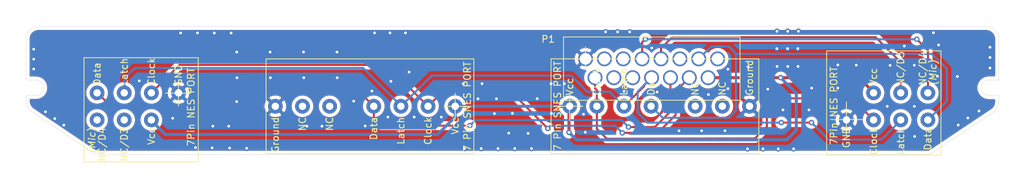
<source format=kicad_pcb>
(kicad_pcb (version 20171130) (host pcbnew "(5.1.5-0-10_14)")
  (layers (0 F.Cu signal) (31 B.Cu signal) (34 B.Paste user) (35 F.Paste user) (36 B.SilkS user hide) (37 F.SilkS user) (38 B.Mask user) (39 F.Mask user) (44 Edge.Cuts user))
  (net 0 "")
  (net 1 GND)
  (net 2 "Net-(P1-Pad2)")
  (net 3 "Net-(P1-Pad3)")
  (net 4 "Net-(P1-NES2-Pad5)")
  (net 5 "Net-(P1-NES2-Pad6)")
  (net 6 "Net-(P1-Pad6)")
  (net 7 "Net-(P1-NES2-Pad4)")
  (net 8 "Net-(P1-Pad8)")
  (net 9 "Net-(P1-NES2-Pad2)")
  (net 10 "Net-(P1-Pad10)")
  (net 11 "Net-(P1-Pad11)")
  (net 12 LATCH)
  (net 13 "Net-(P1-NES1-Pad4)")
  (net 14 "Net-(P1-NES1-Pad2)")
  (net 15 VCC)
  (net 16 "Net-(P1-NES1-Pad6)")
  (net 17 "Net-(P1-NES1-Pad5)")
  (net 18 "Net-(P1-SNES1-Pad5)")
  (net 19 "Net-(P1-SNES1-Pad6)")
  (net 20 "Net-(P1-SNES2-Pad6)")
  (net 21 "Net-(P1-SNES2-Pad5)")
  (module FamiCoun:DA-15 (layer F.Cu) (at 170.20286 91.86418)
    (fp_text reference P1 (at -5.52 -2.91) (layer F.SilkS))
    (fp_text value DA15)
    (fp_line (start -3.24 -3.23) (end -3.16 -3.23) (layer F.SilkS) (width 0.12))
    (fp_line (start -3.24 6.11) (end -3.24 -3.23) (layer F.SilkS) (width 0.12))
    (fp_line (start 22.77 6.11) (end -3.24 6.11) (layer F.SilkS) (width 0.12))
    (fp_line (start 22.77 -3.23) (end 22.77 6.11) (layer F.SilkS) (width 0.12))
    (fp_line (start -3.16 -3.23) (end 22.77 -3.23) (layer F.SilkS) (width 0.12))
    (pad 9 thru_hole circle (at 1.39 2.78) (size 2.2 2.2) (drill 1.71) (layers *.Cu *.Mask) (net 9 "Net-(P1-NES2-Pad2)"))
    (pad 10 thru_hole circle (at 4.17 2.78) (size 2.2 2.2) (drill 1.71) (layers *.Cu *.Mask) (net 10 "Net-(P1-Pad10)"))
    (pad 11 thru_hole circle (at 6.95 2.78) (size 2.2 2.2) (drill 1.71) (layers *.Cu *.Mask) (net 11 "Net-(P1-Pad11)"))
    (pad 12 thru_hole circle (at 9.73 2.78) (size 2.2 2.2) (drill 1.71) (layers *.Cu *.Mask) (net 12 LATCH))
    (pad 13 thru_hole circle (at 12.51 2.78) (size 2.2 2.2) (drill 1.71) (layers *.Cu *.Mask) (net 13 "Net-(P1-NES1-Pad4)"))
    (pad 14 thru_hole circle (at 15.29 2.78) (size 2.2 2.2) (drill 1.71) (layers *.Cu *.Mask) (net 14 "Net-(P1-NES1-Pad2)"))
    (pad 15 thru_hole circle (at 18.07 2.78) (size 2.2 2.2) (drill 1.71) (layers *.Cu *.Mask) (net 15 VCC))
    (pad 8 thru_hole circle (at 19.46 0) (size 2.2 2.2) (drill 1.71) (layers *.Cu *.Mask) (net 8 "Net-(P1-Pad8)"))
    (pad 7 thru_hole circle (at 16.68 0) (size 2.2 2.2) (drill 1.71) (layers *.Cu *.Mask) (net 7 "Net-(P1-NES2-Pad4)"))
    (pad 6 thru_hole circle (at 13.9 0) (size 2.2 2.2) (drill 1.71) (layers *.Cu *.Mask) (net 6 "Net-(P1-Pad6)"))
    (pad 5 thru_hole circle (at 11.12 0) (size 2.2 2.2) (drill 1.71) (layers *.Cu *.Mask) (net 5 "Net-(P1-NES2-Pad6)"))
    (pad 4 thru_hole circle (at 8.34 0) (size 2.2 2.2) (drill 1.71) (layers *.Cu *.Mask) (net 4 "Net-(P1-NES2-Pad5)"))
    (pad 3 thru_hole circle (at 5.56 0) (size 2.2 2.2) (drill 1.71) (layers *.Cu *.Mask) (net 3 "Net-(P1-Pad3)"))
    (pad 2 thru_hole circle (at 2.78 0) (size 2.2 2.2) (drill 1.71) (layers *.Cu *.Mask) (net 2 "Net-(P1-Pad2)"))
    (pad 1 thru_hole circle (at 0 0) (size 2.2 2.2) (drill 1.71) (layers *.Cu *.Mask) (net 1 GND))
  )
  (module JeffLibrary:FamiCoun_PCB_outline (layer F.Cu) (at 159.42818 96.51238)
    (fp_text reference G*** hide)
    (fp_text value LOGO hide)
  )
  (module FamiCoun:7_Pin_NES_Controller_Port (layer F.Cu) (at 104.22128 98.887 270)
    (fp_text reference P1-NES1 hide)
    (fp_text value NES_7P_PORT)
    (fp_text user "(Mic)" (at 3.01 6.76 90) (layer F.SilkS) (effects (font (thickness 0.15) italic) (justify right)))
    (fp_text user Vcc (at 3 -2 90) (layer F.SilkS) (effects (justify right)))
    (fp_text user NC/D3 (at 3 2 90) (layer F.SilkS) (effects (justify right)))
    (fp_text user NC/D4 (at 3.01 5.25 90) (layer F.SilkS) (effects (justify right)))
    (fp_text user "7Pin NES PORT" (at 0.09 -7.85 90) (layer F.SilkS))
    (fp_text user Data (at -3 6 90) (layer F.SilkS) (effects (justify left)))
    (fp_text user Latch (at -3 2 90) (layer F.SilkS) (effects (justify left)))
    (fp_text user Clock (at -3 -2 90) (layer F.SilkS) (effects (justify left)))
    (fp_text user GND (at -3 -6 90) (layer F.SilkS) (effects (justify left)))
    (fp_line (start -7.2 -8.91) (end -7.2 7.93) (layer F.SilkS) (width 0.12))
    (fp_line (start 8.2 -8.91) (end -7.2 -8.91) (layer F.SilkS) (width 0.12))
    (fp_line (start 8.2 7.93) (end 8.2 -8.91) (layer F.SilkS) (width 0.12))
    (fp_line (start -7.2 7.93) (end 8.2 7.93) (layer F.SilkS) (width 0.12))
    (pad 7 thru_hole circle (at 2 -2 270) (size 2.18 2.18) (drill 1.09) (layers *.Cu *.Mask) (net 15 VCC))
    (pad 6 thru_hole circle (at 2 2 270) (size 2.18 2.18) (drill 1.09) (layers *.Cu *.Mask) (net 16 "Net-(P1-NES1-Pad6)"))
    (pad 5 thru_hole circle (at 2 6 270) (size 2.18 2.18) (drill 1.09) (layers *.Cu *.Mask) (net 17 "Net-(P1-NES1-Pad5)"))
    (pad 4 thru_hole circle (at -2 6 270) (size 2.18 2.18) (drill 1.09) (layers *.Cu *.Mask) (net 13 "Net-(P1-NES1-Pad4)"))
    (pad 3 thru_hole circle (at -2 2 270) (size 2.18 2.18) (drill 1.09) (layers *.Cu *.Mask) (net 12 LATCH))
    (pad 2 thru_hole circle (at -2 -2 270) (size 2.18 2.18) (drill 1.09) (layers *.Cu *.Mask) (net 14 "Net-(P1-NES1-Pad2)"))
    (pad 1 thru_hole circle (at -2 -6 270) (size 2.18 2.18) (drill 1.09) (layers *.Cu *.Mask) (net 1 GND))
  )
  (module FamiCoun:7_Pin_NES_Controller_Port (layer F.Cu) (at 214.64524 98.887 90)
    (fp_text reference P1-NES2 hide)
    (fp_text value NES_7P_PORT)
    (fp_line (start -7.2 7.93) (end 8.2 7.93) (layer F.SilkS) (width 0.12))
    (fp_line (start 8.2 7.93) (end 8.2 -8.91) (layer F.SilkS) (width 0.12))
    (fp_line (start 8.2 -8.91) (end -7.2 -8.91) (layer F.SilkS) (width 0.12))
    (fp_line (start -7.2 -8.91) (end -7.2 7.93) (layer F.SilkS) (width 0.12))
    (fp_text user GND (at -3 -6 90) (layer F.SilkS) (effects (justify right)))
    (fp_text user Clock (at -3 -2 90) (layer F.SilkS) (effects (justify right)))
    (fp_text user Latch (at -3 2 90) (layer F.SilkS) (effects (justify right)))
    (fp_text user Data (at -3 6 90) (layer F.SilkS) (effects (justify right)))
    (fp_text user "7Pin NES PORT" (at 0.09 -7.85 90) (layer F.SilkS))
    (fp_text user NC/D4 (at 3.01 5.25 90) (layer F.SilkS) (effects (justify left)))
    (fp_text user NC/D3 (at 3 2 90) (layer F.SilkS) (effects (justify left)))
    (fp_text user Vcc (at 3 -2 90) (layer F.SilkS) (effects (justify left)))
    (fp_text user "(Mic)" (at 3.01 6.76 90) (layer F.SilkS) (effects (font (thickness 0.15) italic) (justify left)))
    (pad 1 thru_hole circle (at -2 -6 90) (size 2.18 2.18) (drill 1.09) (layers *.Cu *.Mask) (net 1 GND))
    (pad 2 thru_hole circle (at -2 -2 90) (size 2.18 2.18) (drill 1.09) (layers *.Cu *.Mask) (net 9 "Net-(P1-NES2-Pad2)"))
    (pad 3 thru_hole circle (at -2 2 90) (size 2.18 2.18) (drill 1.09) (layers *.Cu *.Mask) (net 12 LATCH))
    (pad 4 thru_hole circle (at -2 6 90) (size 2.18 2.18) (drill 1.09) (layers *.Cu *.Mask) (net 7 "Net-(P1-NES2-Pad4)"))
    (pad 5 thru_hole circle (at 2 6 90) (size 2.18 2.18) (drill 1.09) (layers *.Cu *.Mask) (net 4 "Net-(P1-NES2-Pad5)"))
    (pad 6 thru_hole circle (at 2 2 90) (size 2.18 2.18) (drill 1.09) (layers *.Cu *.Mask) (net 5 "Net-(P1-NES2-Pad6)"))
    (pad 7 thru_hole circle (at 2 -2 90) (size 2.18 2.18) (drill 1.09) (layers *.Cu *.Mask) (net 15 VCC))
  )
  (module FamiCoun:7_Pin_SNES_Controller_Port (layer F.Cu) (at 150.9903 98.8695 270)
    (fp_text reference P1-SNES1 hide)
    (fp_text value SNES_7P_PORT)
    (fp_line (start -7 -2.75) (end 7 -2.75) (layer F.SilkS) (width 0.12))
    (fp_line (start 7 -2.75) (end 7 27.87) (layer F.SilkS) (width 0.12))
    (fp_line (start 7 27.87) (end -7 27.87) (layer F.SilkS) (width 0.12))
    (fp_line (start -7 27.87) (end -7 -2.75) (layer F.SilkS) (width 0.12))
    (fp_text user Vcc (at 1.5 0 90) (layer F.SilkS) (effects (justify right)))
    (fp_text user Clock (at 1.5 4 90) (layer F.SilkS) (effects (justify right)))
    (fp_text user Latch (at 1.5 8 90) (layer F.SilkS) (effects (justify right)))
    (fp_text user Data (at 1.5 12 90) (layer F.SilkS) (effects (justify right)))
    (fp_text user NC (at 1.5 18.5 90) (layer F.SilkS) (effects (justify right)))
    (fp_text user NC (at 1.5 22.5 90) (layer F.SilkS) (effects (justify right)))
    (fp_text user Ground (at 1.5 26.5 90) (layer F.SilkS) (effects (justify right)))
    (fp_text user "7 Pin SNES PORT" (at 0.03 -1.79 90) (layer F.SilkS))
    (pad 1 thru_hole circle (at 0 0 270) (size 2.18 2.18) (drill 1.09) (layers *.Cu *.Mask) (net 15 VCC))
    (pad 2 thru_hole circle (at 0 4 270) (size 2.18 2.18) (drill 1.09) (layers *.Cu *.Mask) (net 14 "Net-(P1-NES1-Pad2)"))
    (pad 3 thru_hole circle (at 0 8 270) (size 2.18 2.18) (drill 1.09) (layers *.Cu *.Mask) (net 12 LATCH))
    (pad 4 thru_hole circle (at 0 12 270) (size 2.18 2.18) (drill 1.09) (layers *.Cu *.Mask) (net 13 "Net-(P1-NES1-Pad4)"))
    (pad 5 thru_hole circle (at 0 18.5 270) (size 2.18 2.18) (drill 1.09) (layers *.Cu *.Mask) (net 18 "Net-(P1-SNES1-Pad5)"))
    (pad 6 thru_hole circle (at 0 22.5 270) (size 2.18 2.18) (drill 1.09) (layers *.Cu *.Mask) (net 19 "Net-(P1-SNES1-Pad6)"))
    (pad 7 thru_hole circle (at 0 26.5 270) (size 2.18 2.18) (drill 1.09) (layers *.Cu *.Mask) (net 1 GND))
  )
  (module FamiCoun:7_Pin_SNES_Controller_Port (layer F.Cu) (at 167.86352 98.85934 90)
    (fp_text reference P1-SNES2 hide)
    (fp_text value SNES_7P_PORT)
    (fp_text user "7 Pin SNES PORT" (at 0.03 -1.79 90) (layer F.SilkS))
    (fp_text user Ground (at 1.5 26.5 90) (layer F.SilkS) (effects (justify left)))
    (fp_text user NC (at 1.5 22.5 90) (layer F.SilkS) (effects (justify left)))
    (fp_text user NC (at 1.5 18.5 90) (layer F.SilkS) (effects (justify left)))
    (fp_text user Data (at 1.5 12 90) (layer F.SilkS) (effects (justify left)))
    (fp_text user Latch (at 1.5 8 90) (layer F.SilkS) (effects (justify left)))
    (fp_text user Clock (at 1.5 4 90) (layer F.SilkS) (effects (justify left)))
    (fp_text user Vcc (at 1.5 0 90) (layer F.SilkS) (effects (justify left)))
    (fp_line (start -7 27.87) (end -7 -2.75) (layer F.SilkS) (width 0.12))
    (fp_line (start 7 27.87) (end -7 27.87) (layer F.SilkS) (width 0.12))
    (fp_line (start 7 -2.75) (end 7 27.87) (layer F.SilkS) (width 0.12))
    (fp_line (start -7 -2.75) (end 7 -2.75) (layer F.SilkS) (width 0.12))
    (pad 7 thru_hole circle (at 0 26.5 90) (size 2.18 2.18) (drill 1.09) (layers *.Cu *.Mask) (net 1 GND))
    (pad 6 thru_hole circle (at 0 22.5 90) (size 2.18 2.18) (drill 1.09) (layers *.Cu *.Mask) (net 20 "Net-(P1-SNES2-Pad6)"))
    (pad 5 thru_hole circle (at 0 18.5 90) (size 2.18 2.18) (drill 1.09) (layers *.Cu *.Mask) (net 21 "Net-(P1-SNES2-Pad5)"))
    (pad 4 thru_hole circle (at 0 12 90) (size 2.18 2.18) (drill 1.09) (layers *.Cu *.Mask) (net 7 "Net-(P1-NES2-Pad4)"))
    (pad 3 thru_hole circle (at 0 8 90) (size 2.18 2.18) (drill 1.09) (layers *.Cu *.Mask) (net 12 LATCH))
    (pad 2 thru_hole circle (at 0 4 90) (size 2.18 2.18) (drill 1.09) (layers *.Cu *.Mask) (net 9 "Net-(P1-NES2-Pad2)"))
    (pad 1 thru_hole circle (at 0 0 90) (size 2.18 2.18) (drill 1.09) (layers *.Cu *.Mask) (net 15 VCC))
  )
  (gr_arc (start 89.56294 88.8746) (end 89.56294 87.06866) (angle -90) (layer Edge.Cuts) (width 0.05))
  (gr_arc (start 98.5266 104.06888) (end 97.40646 105.6005) (angle -36.10291932) (layer Edge.Cuts) (width 0.05))
  (gr_arc (start 89.5985 98.1202) (end 87.76716 98.13798) (angle -52.49604481) (layer Edge.Cuts) (width 0.05))
  (gr_line (start 88.497656 99.583847) (end 97.40646 105.6005) (layer Edge.Cuts) (width 0.05))
  (gr_arc (start 229.28834 98.21672) (end 230.37038 99.66452) (angle -53.22672246) (layer Edge.Cuts) (width 0.05))
  (gr_arc (start 220.5101 104.46512) (end 220.454221 105.966259) (angle -31.7641941) (layer Edge.Cuts) (width 0.05))
  (gr_arc (start 229.22738 88.9381) (end 231.09682 88.857806) (angle -87.07395484) (layer Edge.Cuts) (width 0.05))
  (gr_line (start 229.24262 87.066999) (end 89.56294 87.06866) (layer Edge.Cuts) (width 0.05))
  (gr_line (start 231.09682 94.9833) (end 231.09682 88.857806) (layer Edge.Cuts) (width 0.05))
  (gr_arc (start 229.63124 96.13646) (end 229.63124 94.9833) (angle -180) (layer Edge.Cuts) (width 0.05))
  (gr_line (start 231.09682 97.28962) (end 231.095807 98.21672) (layer Edge.Cuts) (width 0.05))
  (gr_line (start 231.09682 97.28962) (end 229.63124 97.28962) (layer Edge.Cuts) (width 0.05))
  (gr_line (start 231.09682 94.9833) (end 229.63124 94.9833) (layer Edge.Cuts) (width 0.05))
  (gr_line (start 230.37038 99.66452) (end 221.252827 105.770837) (layer Edge.Cuts) (width 0.05))
  (gr_line (start 98.5266 105.96626) (end 220.454221 105.966259) (layer Edge.Cuts) (width 0.05))
  (gr_line (start 87.76716 97.26676) (end 87.76716 98.13798) (layer Edge.Cuts) (width 0.05))
  (gr_line (start 89.21496 97.26676) (end 87.76716 97.26676) (layer Edge.Cuts) (width 0.05))
  (gr_arc (start 89.21496 96.13138) (end 89.21496 97.26676) (angle -180) (layer Edge.Cuts) (width 0.05))
  (gr_line (start 87.75446 94.99092) (end 89.21496 94.996) (layer Edge.Cuts) (width 0.05))
  (gr_line (start 87.75446 94.99092) (end 87.757 88.8746) (layer Edge.Cuts) (width 0.05))
  (gr_line (start 208.64322 98.23958) (end 208.64322 103.14178) (layer F.SilkS) (width 0.12))
  (gr_line (start 206.29118 100.82784) (end 211.0486 100.82784) (layer F.SilkS) (width 0.12))
  (gr_line (start 167.86352 97.08642) (end 167.86352 101.0031) (layer F.SilkS) (width 0.12))
  (gr_line (start 165.91026 98.86188) (end 169.82186 98.86188) (layer F.SilkS) (width 0.12))
  (gr_line (start 170.20032 93.50248) (end 170.20032 90.07348) (layer F.SilkS) (width 0.12))
  (gr_line (start 168.38168 91.86164) (end 172.07992 91.86164) (layer F.SilkS) (width 0.12))
  (gr_line (start 150.99538 96.94418) (end 150.99538 100.7999) (layer F.SilkS) (width 0.12))
  (gr_line (start 149.34692 98.89236) (end 152.72766 98.89236) (layer F.SilkS) (width 0.12))
  (gr_line (start 110.2233 95.10268) (end 110.2233 98.84156) (layer F.SilkS) (width 0.12))
  (gr_line (start 108.31322 96.92894) (end 111.998736 96.92894) (layer F.SilkS) (width 0.12))
  (via (at 120.25884 105.06964) (size 0.8) (drill 0.4) (layers F.Cu B.Cu) (net 1))
  (via (at 199.97166 90.34526) (size 0.8) (drill 0.4) (layers F.Cu B.Cu) (net 1))
  (via (at 198.39178 90.34526) (size 0.8) (drill 0.4) (layers F.Cu B.Cu) (net 1))
  (via (at 201.48042 90.34526) (size 0.8) (drill 0.4) (layers F.Cu B.Cu) (net 1))
  (via (at 110.53318 88.04148) (size 0.8) (drill 0.4) (layers F.Cu B.Cu) (net 1))
  (via (at 113.013913 88.04148) (size 0.8) (drill 0.4) (layers F.Cu B.Cu) (net 1))
  (via (at 118.79834 90.86088) (size 0.8) (drill 0.4) (layers F.Cu B.Cu) (net 1))
  (via (at 128.64338 90.86088) (size 0.8) (drill 0.4) (layers F.Cu B.Cu) (net 1))
  (via (at 123.72086 90.86088) (size 0.8) (drill 0.4) (layers F.Cu B.Cu) (net 1))
  (via (at 133.5659 90.86088) (size 0.8) (drill 0.4) (layers F.Cu B.Cu) (net 1))
  (via (at 221.46768 88.00592) (size 0.8) (drill 0.4) (layers F.Cu B.Cu) (net 1))
  (via (at 215.08466 92.82176) (size 0.8) (drill 0.4) (layers F.Cu B.Cu) (net 1))
  (via (at 218.65336 92.80652) (size 0.8) (drill 0.4) (layers F.Cu B.Cu) (net 1))
  (via (at 218.69908 103.3272) (size 0.8) (drill 0.4) (layers F.Cu B.Cu) (net 1))
  (via (at 169.9006 100.0379) (size 0.8) (drill 0.4) (layers F.Cu B.Cu) (net 1))
  (via (at 180.74894 96.7613) (size 0.8) (drill 0.4) (layers F.Cu B.Cu) (net 1))
  (via (at 198.42734 92.98432) (size 0.8) (drill 0.4) (layers F.Cu B.Cu) (net 1))
  (via (at 200.00722 92.98432) (size 0.8) (drill 0.4) (layers F.Cu B.Cu) (net 1))
  (via (at 201.51598 92.98432) (size 0.8) (drill 0.4) (layers F.Cu B.Cu) (net 1))
  (via (at 198.41718 87.79002) (size 0.8) (drill 0.4) (layers F.Cu B.Cu) (net 1))
  (via (at 199.99706 87.79002) (size 0.8) (drill 0.4) (layers F.Cu B.Cu) (net 1))
  (via (at 201.57694 87.79002) (size 0.8) (drill 0.4) (layers F.Cu B.Cu) (net 1))
  (via (at 194.14998 93.02242) (size 0.8) (drill 0.4) (layers F.Cu B.Cu) (net 1))
  (via (at 197.0532 96.33458) (size 0.8) (drill 0.4) (layers F.Cu B.Cu) (net 1))
  (via (at 183.9722 102.489) (size 0.8) (drill 0.4) (layers F.Cu B.Cu) (net 1))
  (via (at 187.30976 102.489) (size 0.8) (drill 0.4) (layers F.Cu B.Cu) (net 1))
  (via (at 190.74892 102.489) (size 0.8) (drill 0.4) (layers F.Cu B.Cu) (net 1))
  (via (at 203.52512 96.17964) (size 0.8) (drill 0.4) (layers F.Cu B.Cu) (net 1))
  (via (at 229.80142 90.14714) (size 0.8) (drill 0.4) (layers F.Cu B.Cu) (net 1))
  (via (at 229.80142 91.66098) (size 0.8) (drill 0.4) (layers F.Cu B.Cu) (net 1))
  (via (at 229.80142 93.20784) (size 0.8) (drill 0.4) (layers F.Cu B.Cu) (net 1))
  (via (at 228.18598 99.56546) (size 0.8) (drill 0.4) (layers F.Cu B.Cu) (net 1))
  (via (at 226.53752 100.60686) (size 0.8) (drill 0.4) (layers F.Cu B.Cu) (net 1))
  (via (at 225.12528 101.64826) (size 0.8) (drill 0.4) (layers F.Cu B.Cu) (net 1))
  (via (at 222.23476 89.81186) (size 0.8) (drill 0.4) (layers F.Cu B.Cu) (net 1))
  (via (at 210.10626 92.79128) (size 0.8) (drill 0.4) (layers F.Cu B.Cu) (net 1))
  (via (at 207.38338 92.75826) (size 0.8) (drill 0.4) (layers F.Cu B.Cu) (net 1))
  (via (at 217.17762 89.96426) (size 0.8) (drill 0.4) (layers F.Cu B.Cu) (net 1))
  (via (at 154.35072 97.75952) (size 0.8) (drill 0.4) (layers F.Cu B.Cu) (net 1))
  (via (at 157.0736 97.75952) (size 0.8) (drill 0.4) (layers F.Cu B.Cu) (net 1))
  (via (at 159.42056 99.9109) (size 0.8) (drill 0.4) (layers F.Cu B.Cu) (net 1))
  (via (at 156.77896 99.95154) (size 0.8) (drill 0.4) (layers F.Cu B.Cu) (net 1))
  (via (at 158.88716 102.8319) (size 0.8) (drill 0.4) (layers F.Cu B.Cu) (net 1))
  (via (at 161.7345 102.87254) (size 0.8) (drill 0.4) (layers F.Cu B.Cu) (net 1))
  (via (at 179.95646 90.2589) (size 0.8) (drill 0.4) (layers F.Cu B.Cu) (net 1))
  (via (at 176.70526 87.88146) (size 0.8) (drill 0.4) (layers F.Cu B.Cu) (net 1))
  (via (at 174.93234 87.88146) (size 0.8) (drill 0.4) (layers F.Cu B.Cu) (net 1))
  (via (at 173.15942 87.88146) (size 0.8) (drill 0.4) (layers F.Cu B.Cu) (net 1))
  (via (at 154.95016 95.53194) (size 0.8) (drill 0.4) (layers F.Cu B.Cu) (net 1))
  (via (at 152.18664 95.53194) (size 0.8) (drill 0.4) (layers F.Cu B.Cu) (net 1))
  (via (at 148.94814 100.45954) (size 0.8) (drill 0.4) (layers F.Cu B.Cu) (net 1))
  (via (at 144.94764 100.45954) (size 0.8) (drill 0.4) (layers F.Cu B.Cu) (net 1))
  (via (at 141.06906 100.45954) (size 0.8) (drill 0.4) (layers F.Cu B.Cu) (net 1))
  (via (at 137.72896 101.78034) (size 0.8) (drill 0.4) (layers F.Cu B.Cu) (net 1))
  (via (at 138.71956 96.62414) (size 0.8) (drill 0.4) (layers F.Cu B.Cu) (net 1))
  (via (at 141.52372 95.18142) (size 0.8) (drill 0.4) (layers F.Cu B.Cu) (net 1))
  (via (at 144.20342 93.81998) (size 0.8) (drill 0.4) (layers F.Cu B.Cu) (net 1))
  (via (at 136.03732 98.11004) (size 0.8) (drill 0.4) (layers F.Cu B.Cu) (net 1))
  (via (at 133.604 94.6531) (size 0.8) (drill 0.4) (layers F.Cu B.Cu) (net 1))
  (via (at 123.75896 94.6531) (size 0.8) (drill 0.4) (layers F.Cu B.Cu) (net 1))
  (via (at 118.83644 94.6531) (size 0.8) (drill 0.4) (layers F.Cu B.Cu) (net 1))
  (via (at 128.68148 94.6531) (size 0.8) (drill 0.4) (layers F.Cu B.Cu) (net 1))
  (via (at 163.08324 97.74682) (size 0.8) (drill 0.4) (layers F.Cu B.Cu) (net 1))
  (via (at 165.16858 99.9236) (size 0.8) (drill 0.4) (layers F.Cu B.Cu) (net 1))
  (via (at 170.1673 102.70998) (size 0.8) (drill 0.4) (layers F.Cu B.Cu) (net 1))
  (via (at 191.18326 93.38818) (size 0.8) (drill 0.4) (layers F.Cu B.Cu) (net 1))
  (via (at 188.31052 97.13468) (size 0.8) (drill 0.4) (layers F.Cu B.Cu) (net 1))
  (via (at 191.18326 96.26092) (size 0.8) (drill 0.4) (layers F.Cu B.Cu) (net 1))
  (via (at 88.88222 90.4367) (size 0.8) (drill 0.4) (layers F.Cu B.Cu) (net 1))
  (via (at 88.88222 91.90482) (size 0.8) (drill 0.4) (layers F.Cu B.Cu) (net 1))
  (via (at 88.88222 93.3704) (size 0.8) (drill 0.4) (layers F.Cu B.Cu) (net 1))
  (via (at 90.60942 99.69246) (size 0.8) (drill 0.4) (layers F.Cu B.Cu) (net 1))
  (via (at 91.98864 100.69068) (size 0.8) (drill 0.4) (layers F.Cu B.Cu) (net 1))
  (via (at 93.3196 101.65588) (size 0.8) (drill 0.4) (layers F.Cu B.Cu) (net 1))
  (via (at 112.73282 104.97058) (size 0.8) (drill 0.4) (layers F.Cu B.Cu) (net 1))
  (via (at 115.1763 105.0036) (size 0.8) (drill 0.4) (layers F.Cu B.Cu) (net 1))
  (via (at 117.75186 105.03662) (size 0.8) (drill 0.4) (layers F.Cu B.Cu) (net 1))
  (via (at 115.494646 88.04148) (size 0.8) (drill 0.4) (layers F.Cu B.Cu) (net 1))
  (via (at 117.97538 88.04148) (size 0.8) (drill 0.4) (layers F.Cu B.Cu) (net 1))
  (via (at 115.2779 101.80828) (size 0.8) (drill 0.4) (layers F.Cu B.Cu) (net 1))
  (via (at 117.61978 101.80828) (size 0.8) (drill 0.4) (layers F.Cu B.Cu) (net 1))
  (via (at 129.14376 101.80828) (size 0.8) (drill 0.4) (layers F.Cu B.Cu) (net 1))
  (via (at 131.36118 101.80828) (size 0.8) (drill 0.4) (layers F.Cu B.Cu) (net 1))
  (via (at 109.36478 100.63734) (size 0.8) (drill 0.4) (layers F.Cu B.Cu) (net 1))
  (via (at 104.43464 95.12046) (size 0.8) (drill 0.4) (layers F.Cu B.Cu) (net 1))
  (via (at 218.6559 98.87712) (size 0.8) (drill 0.4) (layers F.Cu B.Cu) (net 1))
  (via (at 214.6681 98.87712) (size 0.8) (drill 0.4) (layers F.Cu B.Cu) (net 1))
  (via (at 222.05696 94.42958) (size 0.8) (drill 0.4) (layers F.Cu B.Cu) (net 1))
  (via (at 224.99574 94.47022) (size 0.8) (drill 0.4) (layers F.Cu B.Cu) (net 1))
  (via (at 175.87976 96.65462) (size 0.8) (drill 0.4) (layers F.Cu B.Cu) (net 1))
  (via (at 118.78818 98.17354) (size 0.8) (drill 0.4) (layers F.Cu B.Cu) (net 1))
  (via (at 167.0812 95.53194) (size 0.8) (drill 0.4) (layers F.Cu B.Cu) (net 1))
  (via (at 165.12286 95.53194) (size 0.8) (drill 0.4) (layers F.Cu B.Cu) (net 1))
  (via (at 207.37322 96.17964) (size 0.8) (drill 0.4) (layers F.Cu B.Cu) (net 1))
  (via (at 199.29856 99.40544) (size 0.8) (drill 0.4) (layers F.Cu B.Cu) (net 1))
  (via (at 203.11872 99.40544) (size 0.8) (drill 0.4) (layers F.Cu B.Cu) (net 1))
  (via (at 194.07378 105.15346) (size 0.8) (drill 0.4) (layers F.Cu B.Cu) (net 1))
  (via (at 196.337766 105.15346) (size 0.8) (drill 0.4) (layers F.Cu B.Cu) (net 1))
  (via (at 198.601752 105.15346) (size 0.8) (drill 0.4) (layers F.Cu B.Cu) (net 1))
  (via (at 200.86574 105.15346) (size 0.8) (drill 0.4) (layers F.Cu B.Cu) (net 1))
  (via (at 152.35428 105.11282) (size 0.8) (drill 0.4) (layers F.Cu B.Cu) (net 1))
  (via (at 154.8257 105.11282) (size 0.8) (drill 0.4) (layers F.Cu B.Cu) (net 1))
  (via (at 157.29712 105.11282) (size 0.8) (drill 0.4) (layers F.Cu B.Cu) (net 1))
  (via (at 159.76854 105.11282) (size 0.8) (drill 0.4) (layers F.Cu B.Cu) (net 1))
  (via (at 162.23996 105.11282) (size 0.8) (drill 0.4) (layers F.Cu B.Cu) (net 1))
  (via (at 141.38783 88.02878) (size 0.8) (drill 0.4) (layers F.Cu B.Cu) (net 1))
  (via (at 139.10564 88.02878) (size 0.8) (drill 0.4) (layers F.Cu B.Cu) (net 1))
  (via (at 143.67002 88.02878) (size 0.8) (drill 0.4) (layers F.Cu B.Cu) (net 1))
  (via (at 219.0242 88.968578) (size 0.8) (drill 0.4) (layers F.Cu B.Cu) (net 4))
  (segment (start 219.424199 89.368577) (end 219.0242 88.968578) (width 0.3) (layer F.Cu) (net 4))
  (segment (start 220.66758 96.76638) (end 220.66758 90.611958) (width 0.3) (layer F.Cu) (net 4))
  (segment (start 220.66758 90.611958) (end 219.424199 89.368577) (width 0.3) (layer F.Cu) (net 4))
  (via (at 179.01158 88.9381) (size 0.8) (drill 0.4) (layers F.Cu B.Cu) (net 4))
  (segment (start 178.54286 91.86418) (end 178.54286 89.40682) (width 0.3) (layer F.Cu) (net 4))
  (segment (start 178.54286 89.40682) (end 179.01158 88.9381) (width 0.3) (layer F.Cu) (net 4))
  (segment (start 219.0242 88.968578) (end 179.042058 88.968578) (width 0.3) (layer B.Cu) (net 4))
  (segment (start 179.042058 88.968578) (end 179.01158 88.9381) (width 0.3) (layer B.Cu) (net 4))
  (segment (start 212.9409 88.66124) (end 216.63152 92.35186) (width 0.3) (layer F.Cu) (net 5))
  (segment (start 182.970166 88.66124) (end 212.9409 88.66124) (width 0.3) (layer F.Cu) (net 5))
  (segment (start 181.32286 90.308546) (end 182.970166 88.66124) (width 0.3) (layer F.Cu) (net 5))
  (segment (start 216.63152 92.35186) (end 216.63152 96.89846) (width 0.3) (layer F.Cu) (net 5))
  (segment (start 181.32286 91.86418) (end 181.32286 90.308546) (width 0.3) (layer F.Cu) (net 5))
  (segment (start 186.88286 91.86418) (end 188.72944 90.0176) (width 0.3) (layer B.Cu) (net 7))
  (segment (start 188.72944 90.0176) (end 191.30518 90.0176) (width 0.3) (layer B.Cu) (net 7))
  (segment (start 192.3669 91.07932) (end 191.86652 90.57894) (width 0.3) (layer B.Cu) (net 7))
  (segment (start 191.86652 90.57894) (end 191.30518 90.0176) (width 0.3) (layer B.Cu) (net 7))
  (segment (start 192.3669 99.50958) (end 192.3669 91.07932) (width 0.3) (layer B.Cu) (net 7))
  (segment (start 191.30772 100.56876) (end 192.3669 99.50958) (width 0.3) (layer B.Cu) (net 7))
  (segment (start 181.57294 100.56876) (end 191.30772 100.56876) (width 0.3) (layer B.Cu) (net 7))
  (segment (start 179.86352 98.85934) (end 181.57294 100.56876) (width 0.3) (layer B.Cu) (net 7))
  (segment (start 223.42348 98.01352) (end 223.42348 98.12782) (width 0.3) (layer B.Cu) (net 7))
  (segment (start 223.44888 97.98812) (end 223.42348 98.01352) (width 0.3) (layer B.Cu) (net 7))
  (segment (start 221.22892 91.12504) (end 223.44888 93.345) (width 0.3) (layer B.Cu) (net 7))
  (segment (start 192.38722 91.10472) (end 192.40754 91.12504) (width 0.3) (layer B.Cu) (net 7))
  (segment (start 223.44888 93.345) (end 223.44888 97.98812) (width 0.3) (layer B.Cu) (net 7))
  (segment (start 192.38722 91.09964) (end 192.38722 91.10472) (width 0.3) (layer B.Cu) (net 7))
  (segment (start 192.40754 91.12504) (end 221.22892 91.12504) (width 0.3) (layer B.Cu) (net 7))
  (segment (start 223.42348 98.12782) (end 220.67266 100.87864) (width 0.3) (layer B.Cu) (net 7))
  (segment (start 191.30518 90.0176) (end 192.38722 91.09964) (width 0.3) (layer B.Cu) (net 7))
  (segment (start 171.8691 102.20198) (end 171.8691 96.476054) (width 0.3) (layer F.Cu) (net 9))
  (segment (start 173.33214 103.66502) (end 171.8691 102.20198) (width 0.3) (layer F.Cu) (net 9))
  (segment (start 171.59286 96.199814) (end 171.59286 94.64418) (width 0.3) (layer F.Cu) (net 9))
  (segment (start 190.30696 103.62438) (end 173.33214 103.66502) (width 0.3) (layer F.Cu) (net 9))
  (segment (start 196.92366 101.86924) (end 195.16852 103.62438) (width 0.3) (layer F.Cu) (net 9))
  (segment (start 171.8691 96.476054) (end 171.59286 96.199814) (width 0.3) (layer F.Cu) (net 9))
  (segment (start 195.16852 103.62438) (end 190.30696 103.62438) (width 0.3) (layer F.Cu) (net 9))
  (segment (start 196.92366 99.27844) (end 196.92366 101.86924) (width 0.3) (layer F.Cu) (net 9))
  (segment (start 212.64524 100.887) (end 209.45934 97.7011) (width 0.3) (layer F.Cu) (net 9))
  (segment (start 198.501 97.7011) (end 196.92366 99.27844) (width 0.3) (layer F.Cu) (net 9))
  (segment (start 209.45934 97.7011) (end 198.501 97.7011) (width 0.3) (layer F.Cu) (net 9))
  (segment (start 178.832861 95.744179) (end 178.832861 95.911319) (width 0.3) (layer F.Cu) (net 12))
  (segment (start 179.93286 94.64418) (end 178.832861 95.744179) (width 0.3) (layer F.Cu) (net 12))
  (segment (start 178.832861 95.911319) (end 175.90516 98.83902) (width 0.3) (layer F.Cu) (net 12))
  (via (at 199.0598 101.282499) (size 0.8) (drill 0.4) (layers F.Cu B.Cu) (net 12))
  (segment (start 179.93286 94.64418) (end 177.88636 96.69068) (width 0.3) (layer B.Cu) (net 12))
  (segment (start 177.88636 99.82962) (end 179.339239 101.282499) (width 0.3) (layer B.Cu) (net 12))
  (segment (start 179.339239 101.282499) (end 198.494115 101.282499) (width 0.3) (layer B.Cu) (net 12))
  (segment (start 177.88636 96.69068) (end 177.88636 99.82962) (width 0.3) (layer B.Cu) (net 12))
  (segment (start 198.494115 101.282499) (end 199.0598 101.282499) (width 0.3) (layer B.Cu) (net 12))
  (via (at 203.50226 101.282501) (size 0.8) (drill 0.4) (layers F.Cu B.Cu) (net 12))
  (segment (start 199.0598 101.282499) (end 203.502258 101.282499) (width 0.3) (layer F.Cu) (net 12))
  (segment (start 203.502258 101.282499) (end 203.50226 101.282501) (width 0.3) (layer F.Cu) (net 12))
  (segment (start 102.28072 94.71152) (end 102.28072 96.92386) (width 0.3) (layer B.Cu) (net 12))
  (segment (start 143.03756 98.82886) (end 137.43432 93.22562) (width 0.3) (layer B.Cu) (net 12))
  (segment (start 173.72838 96.72574) (end 170.45432 96.72574) (width 0.3) (layer B.Cu) (net 12))
  (segment (start 137.43432 93.22562) (end 103.76662 93.22562) (width 0.3) (layer B.Cu) (net 12))
  (segment (start 175.86352 98.85934) (end 175.86198 98.85934) (width 0.3) (layer B.Cu) (net 12))
  (segment (start 170.45432 96.72574) (end 168.07434 94.34576) (width 0.3) (layer B.Cu) (net 12))
  (segment (start 103.76662 93.22562) (end 102.28072 94.71152) (width 0.3) (layer B.Cu) (net 12))
  (segment (start 147.52066 94.34576) (end 143.03756 98.82886) (width 0.3) (layer B.Cu) (net 12))
  (segment (start 175.86198 98.85934) (end 173.72838 96.72574) (width 0.3) (layer B.Cu) (net 12))
  (segment (start 168.07434 94.34576) (end 147.52066 94.34576) (width 0.3) (layer B.Cu) (net 12))
  (segment (start 203.902259 101.6825) (end 203.50226 101.282501) (width 0.3) (layer B.Cu) (net 12))
  (segment (start 206.014319 103.79456) (end 203.902259 101.6825) (width 0.3) (layer B.Cu) (net 12))
  (segment (start 213.80958 103.79456) (end 206.014319 103.79456) (width 0.3) (layer B.Cu) (net 12))
  (segment (start 216.70772 100.89642) (end 213.80958 103.79456) (width 0.3) (layer B.Cu) (net 12))
  (segment (start 153.15946 101.727) (end 153.15946 101.727) (width 0.3) (layer B.Cu) (net 13))
  (via (at 153.15946 101.727) (size 0.8) (drill 0.4) (layers F.Cu B.Cu) (net 13))
  (segment (start 139.00404 100.6729) (end 139.00404 98.8822) (width 0.3) (layer F.Cu) (net 13))
  (segment (start 140.05814 101.727) (end 139.00404 100.6729) (width 0.3) (layer F.Cu) (net 13))
  (segment (start 153.15946 101.727) (end 140.05814 101.727) (width 0.3) (layer F.Cu) (net 13))
  (via (at 176.53 101.93782) (size 0.8) (drill 0.4) (layers F.Cu B.Cu) (net 13))
  (segment (start 177.095685 101.93782) (end 176.53 101.93782) (width 0.3) (layer F.Cu) (net 13))
  (segment (start 182.71286 99.63608) (end 180.41112 101.93782) (width 0.3) (layer F.Cu) (net 13))
  (segment (start 182.71286 94.64418) (end 182.71286 99.63608) (width 0.3) (layer F.Cu) (net 13))
  (segment (start 180.41112 101.93782) (end 177.095685 101.93782) (width 0.3) (layer F.Cu) (net 13))
  (segment (start 176.130001 101.537821) (end 176.53 101.93782) (width 0.3) (layer B.Cu) (net 13))
  (segment (start 175.50892 100.91674) (end 176.130001 101.537821) (width 0.3) (layer B.Cu) (net 13))
  (segment (start 153.96972 100.91674) (end 175.50892 100.91674) (width 0.3) (layer B.Cu) (net 13))
  (segment (start 153.15946 101.727) (end 153.96972 100.91674) (width 0.3) (layer B.Cu) (net 13))
  (segment (start 100.2157 98.83394) (end 98.44024 97.05848) (width 0.3) (layer F.Cu) (net 13))
  (segment (start 113.40084 98.83394) (end 100.2157 98.83394) (width 0.3) (layer F.Cu) (net 13))
  (segment (start 116.02466 96.21012) (end 113.40084 98.83394) (width 0.3) (layer F.Cu) (net 13))
  (segment (start 136.33092 96.21012) (end 116.02466 96.21012) (width 0.3) (layer F.Cu) (net 13))
  (segment (start 138.9903 98.8695) (end 136.33092 96.21012) (width 0.3) (layer F.Cu) (net 13))
  (segment (start 164.6428 102.13594) (end 164.6428 102.13594) (width 0.3) (layer B.Cu) (net 14))
  (via (at 164.63518 102.14356) (size 0.8) (drill 0.4) (layers F.Cu B.Cu) (net 14))
  (segment (start 146.96694 98.8949) (end 149.1869 96.67494) (width 0.3) (layer F.Cu) (net 14))
  (segment (start 149.1869 96.67494) (end 159.16656 96.67494) (width 0.3) (layer F.Cu) (net 14))
  (segment (start 159.16656 96.67494) (end 164.235181 101.743561) (width 0.3) (layer F.Cu) (net 14))
  (segment (start 164.235181 101.743561) (end 164.63518 102.14356) (width 0.3) (layer F.Cu) (net 14))
  (segment (start 183.48198 100.16236) (end 180.845458 102.798882) (width 0.3) (layer F.Cu) (net 14))
  (segment (start 176.186365 102.798882) (end 175.62068 102.798882) (width 0.3) (layer F.Cu) (net 14))
  (segment (start 180.845458 102.798882) (end 176.186365 102.798882) (width 0.3) (layer F.Cu) (net 14))
  (segment (start 185.49286 94.64418) (end 183.48198 96.65506) (width 0.3) (layer F.Cu) (net 14))
  (segment (start 183.48198 96.65506) (end 183.48198 100.16236) (width 0.3) (layer F.Cu) (net 14))
  (via (at 175.62068 102.798882) (size 0.8) (drill 0.4) (layers F.Cu B.Cu) (net 14))
  (segment (start 165.02634 101.7524) (end 164.63518 102.14356) (width 0.3) (layer B.Cu) (net 14))
  (segment (start 174.574198 101.7524) (end 165.02634 101.7524) (width 0.3) (layer B.Cu) (net 14))
  (segment (start 175.62068 102.798882) (end 174.574198 101.7524) (width 0.3) (layer B.Cu) (net 14))
  (segment (start 110.35284 92.76334) (end 106.24566 96.87052) (width 0.3) (layer F.Cu) (net 14))
  (segment (start 140.88414 92.76334) (end 110.35284 92.76334) (width 0.3) (layer F.Cu) (net 14))
  (segment (start 146.9903 98.8695) (end 140.88414 92.76334) (width 0.3) (layer F.Cu) (net 14))
  (segment (start 150.9903 98.8695) (end 167.90924 98.8695) (width 0.45) (layer B.Cu) (net 15))
  (segment (start 108.2675 103.03002) (end 106.19232 100.95484) (width 0.45) (layer B.Cu) (net 15))
  (segment (start 148.40204 103.03002) (end 108.2675 103.03002) (width 0.45) (layer B.Cu) (net 15))
  (segment (start 150.9903 100.44176) (end 148.40204 103.03002) (width 0.45) (layer B.Cu) (net 15))
  (segment (start 150.9903 98.8695) (end 150.9903 100.44176) (width 0.45) (layer B.Cu) (net 15))
  (segment (start 210.4885 94.64418) (end 212.6869 96.84258) (width 0.45) (layer F.Cu) (net 15))
  (segment (start 188.27286 94.64418) (end 198.96204 94.64418) (width 0.45) (layer F.Cu) (net 15))
  (segment (start 198.96204 94.64418) (end 210.4885 94.64418) (width 0.45) (layer F.Cu) (net 15))
  (via (at 198.96204 94.64418) (size 0.8) (drill 0.4) (layers F.Cu B.Cu) (net 15))
  (segment (start 167.76954 98.86188) (end 167.76446 98.86696) (width 0.45) (layer F.Cu) (net 15))
  (via (at 167.76446 102.7303) (size 0.8) (drill 0.4) (layers F.Cu B.Cu) (net 15))
  (segment (start 167.76446 102.164615) (end 167.76446 102.7303) (width 0.45) (layer F.Cu) (net 15))
  (segment (start 167.76446 98.86696) (end 167.76446 102.164615) (width 0.45) (layer F.Cu) (net 15))
  (segment (start 168.164459 103.130299) (end 167.76446 102.7303) (width 0.45) (layer B.Cu) (net 15))
  (segment (start 168.8592 103.82504) (end 168.164459 103.130299) (width 0.45) (layer B.Cu) (net 15))
  (segment (start 199.85736 103.82504) (end 168.8592 103.82504) (width 0.45) (layer B.Cu) (net 15))
  (segment (start 201.25944 102.42296) (end 199.85736 103.82504) (width 0.45) (layer B.Cu) (net 15))
  (segment (start 201.25944 96.94158) (end 201.25944 102.42296) (width 0.45) (layer B.Cu) (net 15))
  (segment (start 198.96204 94.64418) (end 201.25944 96.94158) (width 0.45) (layer B.Cu) (net 15))
  (zone (net 1) (net_name GND) (layer B.Cu) (connect_pads (clearance 0.508)) (min_thickness 0.254) (fill yes (arc_segments 32) (thermal_gap 0.508) (thermal_bridge_width 0.508))
    (polygon (pts (xy 234.57154 111.21644) (xy 83.91398 111.21644) (xy 83.91398 83.16722) (xy 234.57154 83.16722)))
  )
  (zone (net 1) (net_name GND) (layer F.Cu) (connect_pads (clearance 0.508)) (min_thickness 0.254) (fill yes (arc_segments 32) (thermal_gap 0.508) (thermal_bridge_width 0.508))
    (polygon (pts (xy 234.82046 111.55172) (xy 84.05114 111.55172) (xy 84.05114 83.2231) (xy 234.82046 83.2231)))
  )
)
</source>
